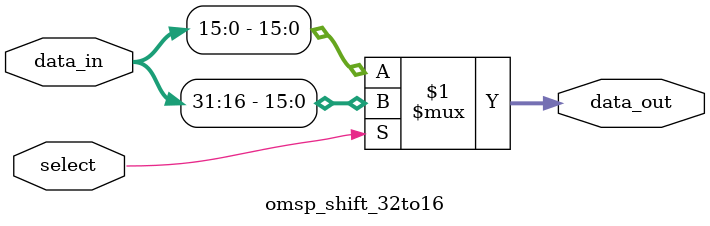
<source format=v>
module omsp_shift_32to16(
  input  wire        select,
  input  wire [31:0] data_in,
  output wire [15:0] data_out
);

assign data_out = select ? data_in[31:16] : data_in[15:0];

endmodule

</source>
